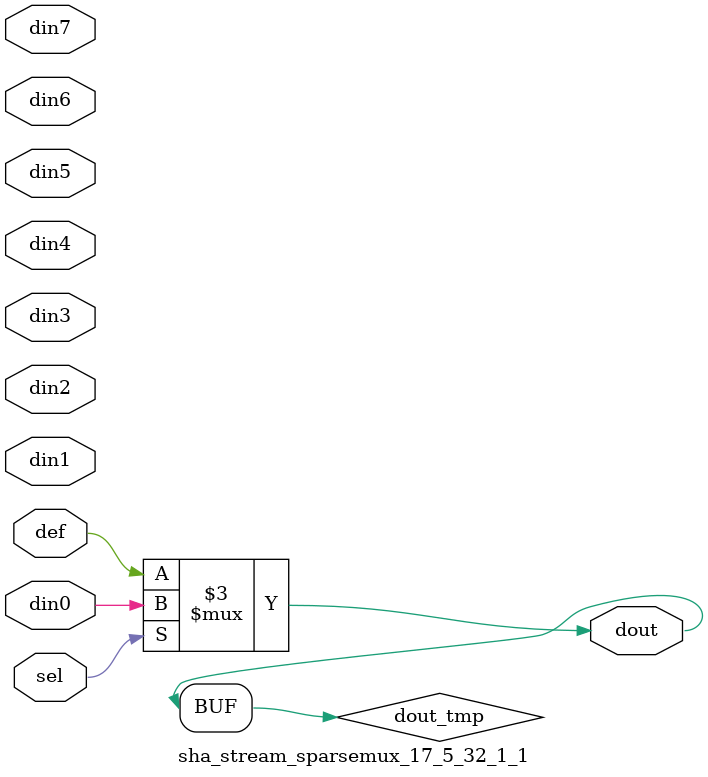
<source format=v>

module sha_stream_sparsemux_17_5_32_1_1 (din0,din1,din2,din3,din4,din5,din6,din7,def,sel,dout);  
parameter din0_WIDTH = 1;
parameter din1_WIDTH = 1;
parameter din2_WIDTH = 1;
parameter din3_WIDTH = 1;
parameter din4_WIDTH = 1;
parameter din5_WIDTH = 1;
parameter din6_WIDTH = 1;
parameter din7_WIDTH = 1;
parameter def_WIDTH = 1;
parameter sel_WIDTH = 1;
parameter dout_WIDTH = 1;
parameter [sel_WIDTH-1:0] CASE0 = 1;
parameter [sel_WIDTH-1:0] CASE1 = 1;
parameter [sel_WIDTH-1:0] CASE2 = 1;
parameter [sel_WIDTH-1:0] CASE3 = 1;
parameter [sel_WIDTH-1:0] CASE4 = 1;
parameter [sel_WIDTH-1:0] CASE5 = 1;
parameter [sel_WIDTH-1:0] CASE6 = 1;
parameter [sel_WIDTH-1:0] CASE7 = 1;
parameter ID = 1;
parameter NUM_STAGE = 1;
input [din0_WIDTH-1:0] din0;
input [din1_WIDTH-1:0] din1;
input [din2_WIDTH-1:0] din2;
input [din3_WIDTH-1:0] din3;
input [din4_WIDTH-1:0] din4;
input [din5_WIDTH-1:0] din5;
input [din6_WIDTH-1:0] din6;
input [din7_WIDTH-1:0] din7;
input [def_WIDTH-1:0] def;
input [sel_WIDTH-1:0] sel;
output [dout_WIDTH-1:0] dout;
reg [dout_WIDTH-1:0] dout_tmp;
always @ (*) begin
(* parallel_case *) case (sel)
    CASE0 : dout_tmp = din0;
    CASE1 : dout_tmp = din1;
    CASE2 : dout_tmp = din2;
    CASE3 : dout_tmp = din3;
    CASE4 : dout_tmp = din4;
    CASE5 : dout_tmp = din5;
    CASE6 : dout_tmp = din6;
    CASE7 : dout_tmp = din7;
    default : dout_tmp = def;
endcase
end
assign dout = dout_tmp;
endmodule

</source>
